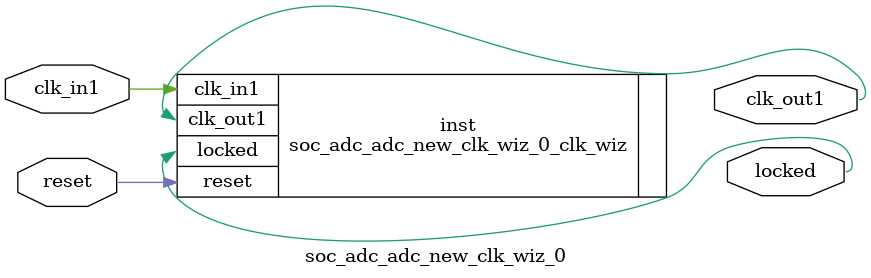
<source format=v>


`timescale 1ps/1ps

(* CORE_GENERATION_INFO = "soc_adc_adc_new_clk_wiz_0,clk_wiz_v6_0_15_0_0,{component_name=soc_adc_adc_new_clk_wiz_0,use_phase_alignment=true,use_min_o_jitter=false,use_max_i_jitter=false,use_dyn_phase_shift=false,use_inclk_switchover=false,use_dyn_reconfig=false,enable_axi=0,feedback_source=FDBK_AUTO,PRIMITIVE=MMCM,num_out_clk=1,clkin1_period=10.000,clkin2_period=10.000,use_power_down=false,use_reset=true,use_locked=true,use_inclk_stopped=false,feedback_type=SINGLE,CLOCK_MGR_TYPE=NA,manual_override=false}" *)

module soc_adc_adc_new_clk_wiz_0 
 (
  // Clock out ports
  output        clk_out1,
  // Status and control signals
  input         reset,
  output        locked,
 // Clock in ports
  input         clk_in1
 );

  soc_adc_adc_new_clk_wiz_0_clk_wiz inst
  (
  // Clock out ports  
  .clk_out1(clk_out1),
  // Status and control signals               
  .reset(reset), 
  .locked(locked),
 // Clock in ports
  .clk_in1(clk_in1)
  );

endmodule

</source>
